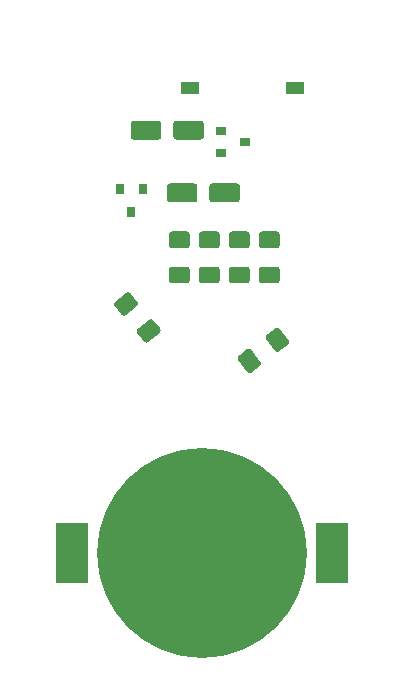
<source format=gbr>
G04 #@! TF.GenerationSoftware,KiCad,Pcbnew,(5.1.10)-1*
G04 #@! TF.CreationDate,2021-07-03T22:49:25-04:00*
G04 #@! TF.ProjectId,Sorting Hat,536f7274-696e-4672-9048-61742e6b6963,rev?*
G04 #@! TF.SameCoordinates,Original*
G04 #@! TF.FileFunction,Paste,Bot*
G04 #@! TF.FilePolarity,Positive*
%FSLAX46Y46*%
G04 Gerber Fmt 4.6, Leading zero omitted, Abs format (unit mm)*
G04 Created by KiCad (PCBNEW (5.1.10)-1) date 2021-07-03 22:49:25*
%MOMM*%
%LPD*%
G01*
G04 APERTURE LIST*
%ADD10R,0.800000X0.900000*%
%ADD11R,1.500000X1.100000*%
%ADD12R,2.790000X5.080000*%
%ADD13C,17.780000*%
%ADD14R,0.900000X0.800000*%
G04 APERTURE END LIST*
D10*
G04 #@! TO.C,Q1*
X143576000Y-75200000D03*
X145476000Y-75200000D03*
X144526000Y-77200000D03*
G04 #@! TD*
D11*
G04 #@! TO.C,SW1*
X149473999Y-66675000D03*
X158374001Y-66675000D03*
G04 #@! TD*
D12*
G04 #@! TO.C,BT1*
X139510000Y-106045000D03*
X161480000Y-106045000D03*
D13*
X150495000Y-106045000D03*
G04 #@! TD*
G04 #@! TO.C,C1*
G36*
G01*
X144474000Y-70797000D02*
X144474000Y-69697000D01*
G75*
G02*
X144724000Y-69447000I250000J0D01*
G01*
X146824000Y-69447000D01*
G75*
G02*
X147074000Y-69697000I0J-250000D01*
G01*
X147074000Y-70797000D01*
G75*
G02*
X146824000Y-71047000I-250000J0D01*
G01*
X144724000Y-71047000D01*
G75*
G02*
X144474000Y-70797000I0J250000D01*
G01*
G37*
G36*
G01*
X148074000Y-70797000D02*
X148074000Y-69697000D01*
G75*
G02*
X148324000Y-69447000I250000J0D01*
G01*
X150424000Y-69447000D01*
G75*
G02*
X150674000Y-69697000I0J-250000D01*
G01*
X150674000Y-70797000D01*
G75*
G02*
X150424000Y-71047000I-250000J0D01*
G01*
X148324000Y-71047000D01*
G75*
G02*
X148074000Y-70797000I0J250000D01*
G01*
G37*
G04 #@! TD*
G04 #@! TO.C,C2*
G36*
G01*
X150122000Y-75015000D02*
X150122000Y-76115000D01*
G75*
G02*
X149872000Y-76365000I-250000J0D01*
G01*
X147772000Y-76365000D01*
G75*
G02*
X147522000Y-76115000I0J250000D01*
G01*
X147522000Y-75015000D01*
G75*
G02*
X147772000Y-74765000I250000J0D01*
G01*
X149872000Y-74765000D01*
G75*
G02*
X150122000Y-75015000I0J-250000D01*
G01*
G37*
G36*
G01*
X153722000Y-75015000D02*
X153722000Y-76115000D01*
G75*
G02*
X153472000Y-76365000I-250000J0D01*
G01*
X151372000Y-76365000D01*
G75*
G02*
X151122000Y-76115000I0J250000D01*
G01*
X151122000Y-75015000D01*
G75*
G02*
X151372000Y-74765000I250000J0D01*
G01*
X153472000Y-74765000D01*
G75*
G02*
X153722000Y-75015000I0J-250000D01*
G01*
G37*
G04 #@! TD*
G04 #@! TO.C,D1*
G36*
G01*
X146926911Y-87389555D02*
X145969355Y-88193040D01*
G75*
G02*
X145617147Y-88162226I-160697J191511D01*
G01*
X145022569Y-87453635D01*
G75*
G02*
X145053383Y-87101427I191511J160697D01*
G01*
X146010939Y-86297942D01*
G75*
G02*
X146363147Y-86328756I160697J-191511D01*
G01*
X146957725Y-87037347D01*
G75*
G02*
X146926911Y-87389555I-191511J-160697D01*
G01*
G37*
G36*
G01*
X145014617Y-85110573D02*
X144057061Y-85914058D01*
G75*
G02*
X143704853Y-85883244I-160697J191511D01*
G01*
X143110275Y-85174653D01*
G75*
G02*
X143141089Y-84822445I191511J160697D01*
G01*
X144098645Y-84018960D01*
G75*
G02*
X144450853Y-84049774I160697J-191511D01*
G01*
X145045431Y-84758365D01*
G75*
G02*
X145014617Y-85110573I-191511J-160697D01*
G01*
G37*
G04 #@! TD*
G04 #@! TO.C,D2*
G36*
G01*
X156697076Y-88932741D02*
X155944808Y-87934446D01*
G75*
G02*
X155994013Y-87584333I199659J150454D01*
G01*
X156732751Y-87027654D01*
G75*
G02*
X157082864Y-87076859I150454J-199659D01*
G01*
X157835132Y-88075154D01*
G75*
G02*
X157785927Y-88425267I-199659J-150454D01*
G01*
X157047189Y-88981946D01*
G75*
G02*
X156697076Y-88932741I-150454J199659D01*
G01*
G37*
G36*
G01*
X154321136Y-90723141D02*
X153568868Y-89724846D01*
G75*
G02*
X153618073Y-89374733I199659J150454D01*
G01*
X154356811Y-88818054D01*
G75*
G02*
X154706924Y-88867259I150454J-199659D01*
G01*
X155459192Y-89865554D01*
G75*
G02*
X155409987Y-90215667I-199659J-150454D01*
G01*
X154671249Y-90772346D01*
G75*
G02*
X154321136Y-90723141I-150454J199659D01*
G01*
G37*
G04 #@! TD*
D14*
G04 #@! TO.C,Q2*
X152146000Y-72197000D03*
X152146000Y-70297000D03*
X154146000Y-71247000D03*
G04 #@! TD*
G04 #@! TO.C,R1*
G36*
G01*
X150505000Y-78826000D02*
X151755000Y-78826000D01*
G75*
G02*
X152005000Y-79076000I0J-250000D01*
G01*
X152005000Y-80001000D01*
G75*
G02*
X151755000Y-80251000I-250000J0D01*
G01*
X150505000Y-80251000D01*
G75*
G02*
X150255000Y-80001000I0J250000D01*
G01*
X150255000Y-79076000D01*
G75*
G02*
X150505000Y-78826000I250000J0D01*
G01*
G37*
G36*
G01*
X150505000Y-81801000D02*
X151755000Y-81801000D01*
G75*
G02*
X152005000Y-82051000I0J-250000D01*
G01*
X152005000Y-82976000D01*
G75*
G02*
X151755000Y-83226000I-250000J0D01*
G01*
X150505000Y-83226000D01*
G75*
G02*
X150255000Y-82976000I0J250000D01*
G01*
X150255000Y-82051000D01*
G75*
G02*
X150505000Y-81801000I250000J0D01*
G01*
G37*
G04 #@! TD*
G04 #@! TO.C,R2*
G36*
G01*
X153045000Y-81801000D02*
X154295000Y-81801000D01*
G75*
G02*
X154545000Y-82051000I0J-250000D01*
G01*
X154545000Y-82976000D01*
G75*
G02*
X154295000Y-83226000I-250000J0D01*
G01*
X153045000Y-83226000D01*
G75*
G02*
X152795000Y-82976000I0J250000D01*
G01*
X152795000Y-82051000D01*
G75*
G02*
X153045000Y-81801000I250000J0D01*
G01*
G37*
G36*
G01*
X153045000Y-78826000D02*
X154295000Y-78826000D01*
G75*
G02*
X154545000Y-79076000I0J-250000D01*
G01*
X154545000Y-80001000D01*
G75*
G02*
X154295000Y-80251000I-250000J0D01*
G01*
X153045000Y-80251000D01*
G75*
G02*
X152795000Y-80001000I0J250000D01*
G01*
X152795000Y-79076000D01*
G75*
G02*
X153045000Y-78826000I250000J0D01*
G01*
G37*
G04 #@! TD*
G04 #@! TO.C,R3*
G36*
G01*
X147965000Y-78826000D02*
X149215000Y-78826000D01*
G75*
G02*
X149465000Y-79076000I0J-250000D01*
G01*
X149465000Y-80001000D01*
G75*
G02*
X149215000Y-80251000I-250000J0D01*
G01*
X147965000Y-80251000D01*
G75*
G02*
X147715000Y-80001000I0J250000D01*
G01*
X147715000Y-79076000D01*
G75*
G02*
X147965000Y-78826000I250000J0D01*
G01*
G37*
G36*
G01*
X147965000Y-81801000D02*
X149215000Y-81801000D01*
G75*
G02*
X149465000Y-82051000I0J-250000D01*
G01*
X149465000Y-82976000D01*
G75*
G02*
X149215000Y-83226000I-250000J0D01*
G01*
X147965000Y-83226000D01*
G75*
G02*
X147715000Y-82976000I0J250000D01*
G01*
X147715000Y-82051000D01*
G75*
G02*
X147965000Y-81801000I250000J0D01*
G01*
G37*
G04 #@! TD*
G04 #@! TO.C,R4*
G36*
G01*
X155585000Y-81801000D02*
X156835000Y-81801000D01*
G75*
G02*
X157085000Y-82051000I0J-250000D01*
G01*
X157085000Y-82976000D01*
G75*
G02*
X156835000Y-83226000I-250000J0D01*
G01*
X155585000Y-83226000D01*
G75*
G02*
X155335000Y-82976000I0J250000D01*
G01*
X155335000Y-82051000D01*
G75*
G02*
X155585000Y-81801000I250000J0D01*
G01*
G37*
G36*
G01*
X155585000Y-78826000D02*
X156835000Y-78826000D01*
G75*
G02*
X157085000Y-79076000I0J-250000D01*
G01*
X157085000Y-80001000D01*
G75*
G02*
X156835000Y-80251000I-250000J0D01*
G01*
X155585000Y-80251000D01*
G75*
G02*
X155335000Y-80001000I0J250000D01*
G01*
X155335000Y-79076000D01*
G75*
G02*
X155585000Y-78826000I250000J0D01*
G01*
G37*
G04 #@! TD*
M02*

</source>
